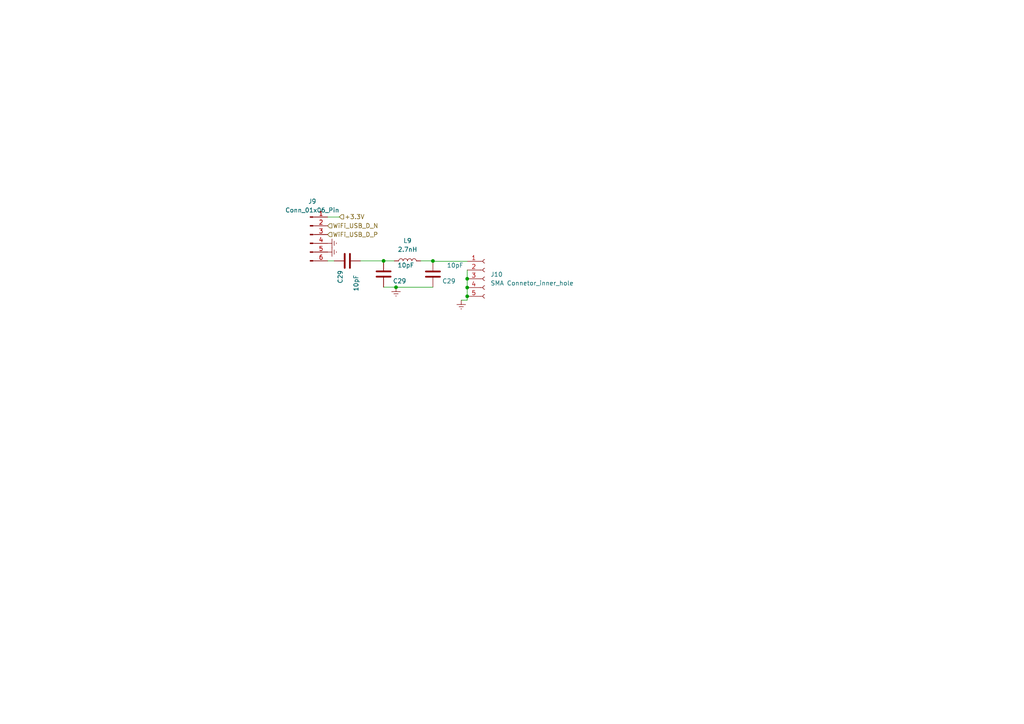
<source format=kicad_sch>
(kicad_sch (version 20230819) (generator eeschema)
  (paper "A4")
  (lib_symbols
    (symbol "Connector:Conn_01x05_Socket" (pin_names (offset 1.016) hide)
      (property "Reference" "J" (at 0 7.62 0))
      (property "Value" "Conn_01x05_Socket" (at 0 -7.62 0))
      (symbol "Conn_01x05_Socket_1_1"
        (arc (start 0 -4.572) (mid -0.5058 -5.08) (end 0 -5.588) (stroke (width 0.1524)))
        (arc (start 0 -2.032) (mid -0.5058 -2.54) (end 0 -3.048) (stroke (width 0.1524)))
        (polyline (pts (xy -1.27 -5.08) (xy -0.508 -5.08)) (stroke (width 0.1524)))
        (polyline (pts (xy -1.27 -2.54) (xy -0.508 -2.54)) (stroke (width 0.1524)))
        (polyline (pts (xy -1.27 0) (xy -0.508 0)) (stroke (width 0.1524)))
        (polyline (pts (xy -1.27 2.54) (xy -0.508 2.54)) (stroke (width 0.1524)))
        (polyline (pts (xy -1.27 5.08) (xy -0.508 5.08)) (stroke (width 0.1524)))
        (arc (start 0 0.508) (mid -0.5058 0) (end 0 -0.508) (stroke (width 0.1524)))
        (arc (start 0 3.048) (mid -0.5058 2.54) (end 0 2.032) (stroke (width 0.1524)))
        (arc (start 0 5.588) (mid -0.5058 5.08) (end 0 4.572) (stroke (width 0.1524)))
        (pin passive line (at -5.08 5.08 0) (length 3.81) (name "Pin_1") (number "1"))
        (pin passive line (at -5.08 2.54 0) (length 3.81) (name "Pin_2") (number "2"))
        (pin passive line (at -5.08 0 0) (length 3.81) (name "Pin_3") (number "3"))
        (pin passive line (at -5.08 -2.54 0) (length 3.81) (name "Pin_4") (number "4"))
        (pin passive line (at -5.08 -5.08 0) (length 3.81) (name "Pin_5") (number "5"))
      )
    )
    (symbol "Connector:Conn_01x06_Pin" (pin_names (offset 1.016) hide)
      (property "Reference" "J" (at 0 7.62 0))
      (property "Value" "Conn_01x06_Pin" (at 0 -10.16 0))
      (symbol "Conn_01x06_Pin_1_1"
        (polyline (pts (xy 1.27 -7.62) (xy 0.8636 -7.62)) (stroke (width 0.1524)))
        (polyline (pts (xy 1.27 -5.08) (xy 0.8636 -5.08)) (stroke (width 0.1524)))
        (polyline (pts (xy 1.27 -2.54) (xy 0.8636 -2.54)) (stroke (width 0.1524)))
        (polyline (pts (xy 1.27 0) (xy 0.8636 0)) (stroke (width 0.1524)))
        (polyline (pts (xy 1.27 2.54) (xy 0.8636 2.54)) (stroke (width 0.1524)))
        (polyline (pts (xy 1.27 5.08) (xy 0.8636 5.08)) (stroke (width 0.1524)))
        (rectangle (start 0.8636 -7.493) (end 0 -7.747) (stroke (width 0.1524)) (fill (type outline)))
        (rectangle (start 0.8636 -4.953) (end 0 -5.207) (stroke (width 0.1524)) (fill (type outline)))
        (rectangle (start 0.8636 -2.413) (end 0 -2.667) (stroke (width 0.1524)) (fill (type outline)))
        (rectangle (start 0.8636 0.127) (end 0 -0.127) (stroke (width 0.1524)) (fill (type outline)))
        (rectangle (start 0.8636 2.667) (end 0 2.413) (stroke (width 0.1524)) (fill (type outline)))
        (rectangle (start 0.8636 5.207) (end 0 4.953) (stroke (width 0.1524)) (fill (type outline)))
        (pin passive line (at 5.08 5.08 180) (length 3.81) (name "Pin_1") (number "1"))
        (pin passive line (at 5.08 2.54 180) (length 3.81) (name "Pin_2") (number "2"))
        (pin passive line (at 5.08 0 180) (length 3.81) (name "Pin_3") (number "3"))
        (pin passive line (at 5.08 -2.54 180) (length 3.81) (name "Pin_4") (number "4"))
        (pin passive line (at 5.08 -5.08 180) (length 3.81) (name "Pin_5") (number "5"))
        (pin passive line (at 5.08 -7.62 180) (length 3.81) (name "Pin_6") (number "6"))
      )
    )
    (symbol "Device:C" (pin_numbers hide) (pin_names (offset 0.254))
      (property "Reference" "C" (at 0.635 2.54 0))
      (property "Value" "C" (at 0.635 -2.54 0))
      (symbol "C_0_1"
        (polyline (pts (xy -2.032 -0.762) (xy 2.032 -0.762)) (stroke (width 0.508)))
        (polyline (pts (xy -2.032 0.762) (xy 2.032 0.762)) (stroke (width 0.508)))
      )
      (symbol "C_1_1"
        (pin passive line (at 0 3.81 270) (length 2.794) (name "~") (number "1"))
        (pin passive line (at 0 -3.81 90) (length 2.794) (name "~") (number "2"))
      )
    )
    (symbol "Device:L" (pin_numbers hide) (pin_names (offset 1.016) hide)
      (property "Reference" "L" (at -1.27 0 90))
      (property "Value" "L" (at 1.905 0 90))
      (symbol "L_0_1"
        (arc (start 0 -2.54) (mid 0.6323 -1.905) (end 0 -1.27))
        (arc (start 0 -1.27) (mid 0.6323 -0.635) (end 0 0))
        (arc (start 0 0) (mid 0.6323 0.635) (end 0 1.27))
        (arc (start 0 1.27) (mid 0.6323 1.905) (end 0 2.54))
      )
      (symbol "L_1_1"
        (pin passive line (at 0 3.81 270) (length 1.27) (name "1") (number "1"))
        (pin passive line (at 0 -3.81 90) (length 1.27) (name "2") (number "2"))
      )
    )
    (symbol "power:Earth" (power) (pin_names (offset 0))
      (symbol "Earth_0_1"
        (polyline (pts (xy -0.635 -1.905) (xy 0.635 -1.905)))
        (polyline (pts (xy -0.127 -2.54) (xy 0.127 -2.54)))
        (polyline (pts (xy 0 -1.27) (xy 0 0)))
        (polyline (pts (xy 1.27 -1.27) (xy -1.27 -1.27)))
      )
      (symbol "Earth_1_1"
        (pin power_in line (at 0 0 270) (length 0) hide (name "Earth") (number "1"))
      )
    )
  )
  (junction (at 125.5635 75.6923))
  (junction (at 111.2547 75.6661))
  (junction (at 135.5099 83.4044))
  (junction (at 135.5099 80.8644))
  (junction (at 135.5099 85.9444))
  (junction (at 114.8596 83.3123))
  (wire (pts (xy 125.5635 83.3123) (xy 114.8596 83.3123)))
  (wire (pts (xy 111.2547 83.2861) (xy 114.8596 83.2861)))
  (wire (pts (xy 98.4348 62.9529) (xy 95.018 62.9529)))
  (wire (pts (xy 125.5635 75.6923) (xy 125.5635 75.6649)))
  (wire (pts (xy 125.5635 75.6649) (xy 122.0011 75.6649)))
  (wire (pts (xy 111.2547 75.6661) (xy 114.3811 75.6661)))
  (wire (pts (xy 104.5436 75.6661) (xy 111.2547 75.6661)))
  (wire (pts (xy 125.5635 75.7844) (xy 125.5635 75.6923)))
  (wire (pts (xy 135.5099 80.8644) (xy 135.5099 83.4044)))
  (wire (pts (xy 135.5099 87.0593) (xy 133.7764 87.0593)))
  (wire (pts (xy 135.5099 78.3244) (xy 135.5099 80.8644)))
  (wire (pts (xy 96.9236 75.6661) (xy 95.018 75.6661)))
  (wire (pts (xy 114.8596 83.2861) (xy 114.8596 83.3123)))
  (wire (pts (xy 135.5099 83.4044) (xy 135.5099 85.9444)))
  (wire (pts (xy 135.5099 85.9444) (xy 135.5099 87.0593)))
  (wire (pts (xy 135.5099 75.7844) (xy 125.5635 75.7844)))
  (wire (pts (xy 98.4348 62.8841) (xy 98.4348 62.9529)))
  (wire (pts (xy 114.3811 75.6661) (xy 114.3811 75.6649)))
  (wire (pts (xy 95.018 75.6661) (xy 95.018 75.6529)))
  (hierarchical_label "WiFi_USB_D_P" (shape input) (at 95.018 68.0329 0))
  (hierarchical_label "+3.3V" (shape input) (at 98.4348 62.8841 0))
  (hierarchical_label "WiFi_USB_D_N" (shape input) (at 95.018 65.4929 0))
  (symbol (lib_id "Device:L") (at 118.1911 75.6649 90) (unit 1)
    (property "Reference" "L9" (at 118.1911 69.8225 90))
    (property "Value" "2.7nH" (at 118.1911 72.3625 90))
    (property "Footprint" "Inductor_SMD:L_0603_1608Metric" (effects hide))
    (property "Description" "Inductor" (effects hide))
  )
  (symbol (lib_id "Device:C") (at 111.2547 79.4761 0) (unit 1)
    (property "Reference" "C29" (at 117.8587 81.5081 0) (effects (justify right)))
    (property "Value" "10pF" (at 120.1447 76.9361 0) (effects (justify right)))
    (property "Footprint" "Capacitor_SMD:C_0603_1608Metric" (effects hide))
    (instances (project "RP2040_minimal" (path "" (reference "C29") (unit 1)) (path "" (reference "C94") (unit 1))))
  )
  (symbol (lib_id "power:Earth") (at 133.7764 87.0593 0) (unit 1)
    (property "Reference" "#PWR057" (effects hide))
    (property "Value" "Earth" (effects hide))
    (property "Description" "Power symbol creates a global label with name \"Earth\"" (effects hide))
    (instances (project "RP2040_minimal" (path "" (reference "#PWR057") (unit 1)) (path "" (reference "#PWR0206") (unit 1))))
  )
  (symbol (lib_id "power:Earth") (at 95.018 73.1129 90) (unit 1)
    (property "Reference" "#PWR057" (effects hide))
    (property "Value" "Earth" (effects hide))
    (property "Description" "Power symbol creates a global label with name \"Earth\"" (effects hide))
    (instances (project "RP2040_minimal" (path "" (reference "#PWR057") (unit 1)) (path "" (reference "#PWR0137") (unit 1))))
  )
  (symbol (lib_id "Connector:Conn_01x06_Pin") (at 89.938 68.0329 0) (unit 1)
    (property "Reference" "J9" (at 90.573 58.42 0))
    (property "Value" "Conn_01x06_Pin" (at 90.573 60.96 0))
    (property "Footprint" "RTL8188EU:RTL8188EU" (effects hide))
    (property "Description" "Generic connector, single row, 01x06, script generated" (effects hide))
  )
  (symbol (lib_id "Device:C") (at 100.7336 75.6661 270) (unit 1)
    (property "Reference" "C29" (at 98.7016 82.2701 0) (effects (justify right)))
    (property "Value" "10pF" (at 103.2736 84.5561 0) (effects (justify right)))
    (property "Footprint" "Capacitor_SMD:C_0603_1608Metric" (effects hide))
    (instances (project "RP2040_minimal" (path "" (reference "C29") (unit 1)) (path "" (reference "C35") (unit 1))))
  )
  (symbol (lib_id "power:Earth") (at 95.018 70.5729 90) (unit 1)
    (property "Reference" "#PWR057" (effects hide))
    (property "Value" "Earth" (effects hide))
    (property "Description" "Power symbol creates a global label with name \"Earth\"" (effects hide))
    (instances (project "RP2040_minimal" (path "" (reference "#PWR057") (unit 1)) (path "" (reference "#PWR041") (unit 1))))
  )
  (symbol (lib_id "Connector:Conn_01x05_Socket") (at 140.5899 80.8644 0) (unit 1)
    (property "Reference" "J10" (at 142.24 79.5943 0) (effects (justify left)))
    (property "Value" "SMA Connetor_inner_hole" (at 142.24 82.1343 0) (effects (justify left)))
    (property "Footprint" "Connector_Coaxial:SMA_Connector_inner_pin_right_angle" (effects hide))
    (property "Description" "Generic connector, single row, 01x05, script generated" (effects hide))
  )
  (symbol (lib_id "power:Earth") (at 114.8596 83.3123 0) (unit 1)
    (property "Reference" "#PWR057" (effects hide))
    (property "Value" "Earth" (effects hide))
    (property "Description" "Power symbol creates a global label with name \"Earth\"" (effects hide))
    (instances (project "RP2040_minimal" (path "" (reference "#PWR057") (unit 1)) (path "" (reference "#PWR0205") (unit 1))))
  )
  (symbol (lib_id "Device:C") (at 125.5635 79.5023 0) (unit 1)
    (property "Reference" "C29" (at 132.1675 81.5343 0) (effects (justify right)))
    (property "Value" "10pF" (at 134.4535 76.9623 0) (effects (justify right)))
    (property "Footprint" "Capacitor_SMD:C_0603_1608Metric" (effects hide))
    (instances (project "RP2040_minimal" (path "" (reference "C29") (unit 1)) (path "" (reference "C166") (unit 1))))
  )
)
</source>
